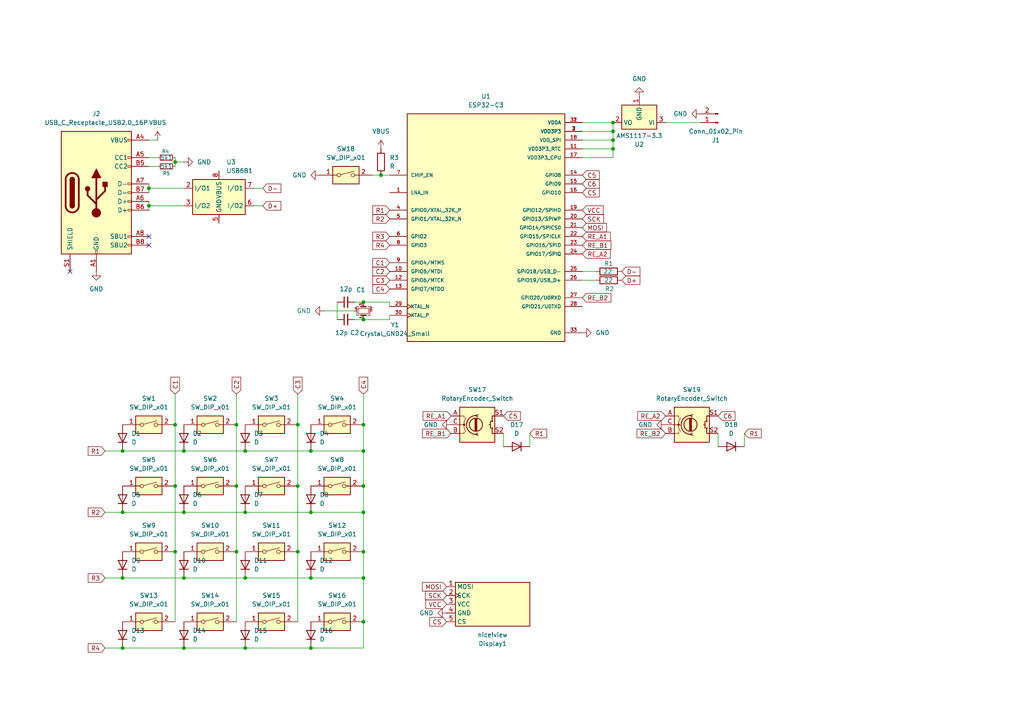
<source format=kicad_sch>
(kicad_sch (version 20250114) (generator "eeschema") (generator_version "9.0")
  (paper "A4")
  (lib_symbols
    (symbol "Connector:Conn_01x02_Pin" (pin_names (offset 1.016) (hide yes))
      (property "Reference" "J" (at 0 2.54 0))
      (property "Value" "Conn_01x02_Pin" (at 0 -5.08 0))
      (symbol "Conn_01x02_Pin_1_1"
        (rectangle (start 0.8636 0.127) (end 0 -0.127) (stroke (width 0.1524)) (fill (type outline)))
        (rectangle (start 0.8636 -2.413) (end 0 -2.667) (stroke (width 0.1524)) (fill (type outline)))
        (polyline (pts (xy 1.27 0) (xy 0.8636 0)) (stroke (width 0.1524)))
        (polyline (pts (xy 1.27 -2.54) (xy 0.8636 -2.54)) (stroke (width 0.1524)))
        (pin passive line (at 5.08 0 180) (length 3.81) (name "Pin_1") (number "1"))
        (pin passive line (at 5.08 -2.54 180) (length 3.81) (name "Pin_2") (number "2"))
      )
    )
    (symbol "Connector:USB_C_Receptacle_USB2.0_16P" (pin_names (offset 1.016))
      (property "Reference" "J" (at 0 22.225 0))
      (property "Value" "USB_C_Receptacle_USB2.0_16P" (at 0 19.685 0))
      (symbol "USB_C_Receptacle_USB2.0_16P_0_0"
        (rectangle (start -0.254 -17.78) (end 0.254 -16.764))
        (rectangle (start 10.16 15.494) (end 9.144 14.986))
        (rectangle (start 10.16 10.414) (end 9.144 9.906))
        (rectangle (start 10.16 7.874) (end 9.144 7.366))
        (rectangle (start 10.16 2.794) (end 9.144 2.286))
        (rectangle (start 10.16 0.254) (end 9.144 -0.254))
        (rectangle (start 10.16 -2.286) (end 9.144 -2.794))
        (rectangle (start 10.16 -4.826) (end 9.144 -5.334))
        (rectangle (start 10.16 -12.446) (end 9.144 -12.954))
        (rectangle (start 10.16 -14.986) (end 9.144 -15.494))
      )
      (symbol "USB_C_Receptacle_USB2.0_16P_0_1"
        (rectangle (start -10.16 17.78) (end 10.16 -17.78) (stroke (width 0.254)) (fill (type background)))
        (polyline (pts (xy -8.89 -3.81) (xy -8.89 3.81)) (stroke (width 0.508)))
        (rectangle (start -7.62 -3.81) (end -6.35 3.81) (stroke (width 0.254)) (fill (type outline)))
        (arc (start -7.62 3.81) (mid -6.985 4.4423) (end -6.35 3.81) (stroke (width 0.254)))
        (arc (start -7.62 3.81) (mid -6.985 4.4423) (end -6.35 3.81) (stroke (width 0.254)) (fill (type outline)))
        (arc (start -8.89 3.81) (mid -6.985 5.7067) (end -5.08 3.81) (stroke (width 0.508)))
        (arc (start -5.08 -3.81) (mid -6.985 -5.7067) (end -8.89 -3.81) (stroke (width 0.508)))
        (arc (start -6.35 -3.81) (mid -6.985 -4.4423) (end -7.62 -3.81) (stroke (width 0.254)))
        (arc (start -6.35 -3.81) (mid -6.985 -4.4423) (end -7.62 -3.81) (stroke (width 0.254)) (fill (type outline)))
        (polyline (pts (xy -5.08 3.81) (xy -5.08 -3.81)) (stroke (width 0.508)))
        (circle (center -2.54 1.143) (radius 0.635) (stroke (width 0.254)) (fill (type outline)))
        (polyline (pts (xy -1.27 4.318) (xy 0 6.858) (xy 1.27 4.318) (xy -1.27 4.318)) (stroke (width 0.254)) (fill (type outline)))
        (polyline (pts (xy 0 -2.032) (xy 2.54 0.508) (xy 2.54 1.778)) (stroke (width 0.508)))
        (polyline (pts (xy 0 -3.302) (xy -2.54 -0.762) (xy -2.54 0.508)) (stroke (width 0.508)))
        (polyline (pts (xy 0 -5.842) (xy 0 4.318)) (stroke (width 0.508)))
        (circle (center 0 -5.842) (radius 1.27) (fill (type outline)))
        (rectangle (start 1.905 1.778) (end 3.175 3.048) (stroke (width 0.254)) (fill (type outline)))
      )
      (symbol "USB_C_Receptacle_USB2.0_16P_1_1"
        (pin passive line (at -7.62 -22.86 90) (length 5.08) (name "SHIELD") (number "S1"))
        (pin passive line (at 0 -22.86 90) (length 5.08) (name "GND") (number "A1"))
        (pin passive line (at 0 -22.86 90) (length 5.08) (hide yes) (name "GND") (number "A12"))
        (pin passive line (at 0 -22.86 90) (length 5.08) (hide yes) (name "GND") (number "B1"))
        (pin passive line (at 0 -22.86 90) (length 5.08) (hide yes) (name "GND") (number "B12"))
        (pin passive line (at 15.24 15.24 180) (length 5.08) (name "VBUS") (number "A4"))
        (pin passive line (at 15.24 15.24 180) (length 5.08) (hide yes) (name "VBUS") (number "A9"))
        (pin passive line (at 15.24 15.24 180) (length 5.08) (hide yes) (name "VBUS") (number "B4"))
        (pin passive line (at 15.24 15.24 180) (length 5.08) (hide yes) (name "VBUS") (number "B9"))
        (pin bidirectional line (at 15.24 10.16 180) (length 5.08) (name "CC1") (number "A5"))
        (pin bidirectional line (at 15.24 7.62 180) (length 5.08) (name "CC2") (number "B5"))
        (pin bidirectional line (at 15.24 2.54 180) (length 5.08) (name "D-") (number "A7"))
        (pin bidirectional line (at 15.24 0 180) (length 5.08) (name "D-") (number "B7"))
        (pin bidirectional line (at 15.24 -2.54 180) (length 5.08) (name "D+") (number "A6"))
        (pin bidirectional line (at 15.24 -5.08 180) (length 5.08) (name "D+") (number "B6"))
        (pin bidirectional line (at 15.24 -12.7 180) (length 5.08) (name "SBU1") (number "A8"))
        (pin bidirectional line (at 15.24 -15.24 180) (length 5.08) (name "SBU2") (number "B8"))
      )
    )
    (symbol "Device:C_Small" (pin_numbers (hide yes)) (pin_names (offset 0.254) (hide yes))
      (property "Reference" "C" (at 0.254 1.778 0))
      (property "Value" "C_Small" (at 0.254 -2.032 0))
      (symbol "C_Small_0_1"
        (polyline (pts (xy -1.524 0.508) (xy 1.524 0.508)) (stroke (width 0.3048)))
        (polyline (pts (xy -1.524 -0.508) (xy 1.524 -0.508)) (stroke (width 0.3302)))
      )
      (symbol "C_Small_1_1"
        (pin passive line (at 0 2.54 270) (length 2.032) (name "~") (number "1"))
        (pin passive line (at 0 -2.54 90) (length 2.032) (name "~") (number "2"))
      )
    )
    (symbol "Device:Crystal_GND24_Small" (pin_names (offset 1.016) (hide yes))
      (property "Reference" "Y" (at 1.27 4.445 0))
      (property "Value" "Crystal_GND24_Small" (at 1.27 2.54 0))
      (symbol "Crystal_GND24_Small_0_1"
        (polyline (pts (xy -1.27 1.27) (xy -1.27 1.905) (xy 1.27 1.905) (xy 1.27 1.27)))
        (polyline (pts (xy -1.27 -0.762) (xy -1.27 0.762)) (stroke (width 0.381)))
        (polyline (pts (xy -1.27 -1.27) (xy -1.27 -1.905) (xy 1.27 -1.905) (xy 1.27 -1.27)))
        (rectangle (start -0.762 -1.524) (end 0.762 1.524))
        (polyline (pts (xy 1.27 -0.762) (xy 1.27 0.762)) (stroke (width 0.381)))
      )
      (symbol "Crystal_GND24_Small_1_1"
        (pin passive line (at -2.54 0 0) (length 1.27) (name "1") (number "1"))
        (pin passive line (at 0 2.54 270) (length 0.635) (name "4") (number "4"))
        (pin passive line (at 0 -2.54 90) (length 0.635) (name "2") (number "2"))
        (pin passive line (at 2.54 0 180) (length 1.27) (name "3") (number "3"))
      )
    )
    (symbol "Device:D" (pin_numbers (hide yes)) (pin_names (offset 1.016) (hide yes))
      (property "Reference" "D" (at 0 2.54 0))
      (property "Value" "D" (at 0 -2.54 0))
      (symbol "D_0_1"
        (polyline (pts (xy -1.27 1.27) (xy -1.27 -1.27)) (stroke (width 0.254)))
        (polyline (pts (xy 1.27 1.27) (xy 1.27 -1.27) (xy -1.27 0) (xy 1.27 1.27)) (stroke (width 0.254)))
        (polyline (pts (xy 1.27 0) (xy -1.27 0)))
      )
      (symbol "D_1_1"
        (pin passive line (at -3.81 0 0) (length 2.54) (name "K") (number "1"))
        (pin passive line (at 3.81 0 180) (length 2.54) (name "A") (number "2"))
      )
    )
    (symbol "Device:R" (pin_numbers (hide yes)) (pin_names (offset 0))
      (property "Reference" "R" (at 2.032 0 90))
      (property "Value" "R" (at 0 0 90))
      (symbol "R_0_1"
        (rectangle (start -1.016 -2.54) (end 1.016 2.54) (stroke (width 0.254)))
      )
      (symbol "R_1_1"
        (pin passive line (at 0 3.81 270) (length 1.27) (name "~") (number "1"))
        (pin passive line (at 0 -3.81 90) (length 1.27) (name "~") (number "2"))
      )
    )
    (symbol "Device:R_Small" (pin_numbers (hide yes)) (pin_names (offset 0.254) (hide yes))
      (property "Reference" "R" (at 0 0 90))
      (property "Value" "R_Small" (at 1.778 0 90))
      (symbol "R_Small_0_1"
        (rectangle (start -0.762 1.778) (end 0.762 -1.778) (stroke (width 0.2032)))
      )
      (symbol "R_Small_1_1"
        (pin passive line (at 0 2.54 270) (length 0.762) (name "~") (number "1"))
        (pin passive line (at 0 -2.54 90) (length 0.762) (name "~") (number "2"))
      )
    )
    (symbol "Device:RotaryEncoder_Switch" (pin_names (offset 0.254) (hide yes))
      (property "Reference" "SW" (at 0 6.604 0))
      (property "Value" "RotaryEncoder_Switch" (at 0 -6.604 0))
      (symbol "RotaryEncoder_Switch_0_1"
        (rectangle (start -5.08 5.08) (end 5.08 -5.08) (stroke (width 0.254)) (fill (type background)))
        (polyline (pts (xy -5.08 2.54) (xy -3.81 2.54) (xy -3.81 2.032)))
        (polyline (pts (xy -5.08 0) (xy -3.81 0) (xy -3.81 -1.016) (xy -3.302 -2.032)))
        (polyline (pts (xy -5.08 -2.54) (xy -3.81 -2.54) (xy -3.81 -2.032)))
        (polyline (pts (xy -4.318 0) (xy -3.81 0) (xy -3.81 1.016) (xy -3.302 2.032)))
        (circle (center -3.81 0) (radius 0.254) (fill (type outline)))
        (polyline (pts (xy -0.635 -1.778) (xy -0.635 1.778)) (stroke (width 0.254)))
        (circle (center -0.381 0) (radius 1.905) (stroke (width 0.254)))
        (polyline (pts (xy -0.381 -1.778) (xy -0.381 1.778)) (stroke (width 0.254)))
        (arc (start -0.381 -2.794) (mid -3.0988 -0.0635) (end -0.381 2.667) (stroke (width 0.254)))
        (polyline (pts (xy -0.127 1.778) (xy -0.127 -1.778)) (stroke (width 0.254)))
        (polyline (pts (xy 0.254 2.921) (xy -0.508 2.667) (xy 0.127 2.286)) (stroke (width 0.254)))
        (polyline (pts (xy 0.254 -3.048) (xy -0.508 -2.794) (xy 0.127 -2.413)) (stroke (width 0.254)))
        (polyline (pts (xy 3.81 1.016) (xy 3.81 -1.016)) (stroke (width 0.254)))
        (polyline (pts (xy 3.81 0) (xy 3.429 0)) (stroke (width 0.254)))
        (circle (center 4.318 1.016) (radius 0.127) (stroke (width 0.254)))
        (circle (center 4.318 -1.016) (radius 0.127) (stroke (width 0.254)))
        (polyline (pts (xy 5.08 2.54) (xy 4.318 2.54) (xy 4.318 1.016)) (stroke (width 0.254)))
        (polyline (pts (xy 5.08 -2.54) (xy 4.318 -2.54) (xy 4.318 -1.016)) (stroke (width 0.254)))
      )
      (symbol "RotaryEncoder_Switch_1_1"
        (pin passive line (at -7.62 2.54 0) (length 2.54) (name "A") (number "A"))
        (pin passive line (at -7.62 0 0) (length 2.54) (name "C") (number "C"))
        (pin passive line (at -7.62 -2.54 0) (length 2.54) (name "B") (number "B"))
        (pin passive line (at 7.62 2.54 180) (length 2.54) (name "S1") (number "S1"))
        (pin passive line (at 7.62 -2.54 180) (length 2.54) (name "S2") (number "S2"))
      )
    )
    (symbol "Power_Protection:USB6B1"
      (property "Reference" "U" (at 6.35 6.35 0))
      (property "Value" "USB6B1" (at 5.08 -6.35 0))
      (symbol "USB6B1_0_1"
        (rectangle (start -7.62 -5.08) (end 7.62 5.08) (stroke (width 0.254)) (fill (type background)))
      )
      (symbol "USB6B1_1_1"
        (pin passive line (at -10.16 2.54 0) (length 2.54) (name "I/O1") (number "2"))
        (pin passive line (at -10.16 -2.54 0) (length 2.54) (name "I/O2") (number "3"))
        (pin passive line (at 0 7.62 270) (length 2.54) (hide yes) (name "VBUS") (number "1"))
        (pin passive line (at 0 7.62 270) (length 2.54) (name "VBUS") (number "8"))
        (pin passive line (at 0 -7.62 90) (length 2.54) (hide yes) (name "GND") (number "4"))
        (pin passive line (at 0 -7.62 90) (length 2.54) (name "GND") (number "5"))
        (pin passive line (at 10.16 2.54 180) (length 2.54) (name "I/O1") (number "7"))
        (pin passive line (at 10.16 -2.54 180) (length 2.54) (name "I/O2") (number "6"))
      )
    )
    (symbol "Regulator_Linear:AMS1117-3.3"
      (property "Reference" "U" (at -3.81 3.175 0))
      (property "Value" "AMS1117-3.3" (at 0 3.175 0))
      (symbol "AMS1117-3.3_0_1"
        (rectangle (start -5.08 -5.08) (end 5.08 1.905) (stroke (width 0.254)) (fill (type background)))
      )
      (symbol "AMS1117-3.3_1_1"
        (pin power_in line (at -7.62 0 0) (length 2.54) (name "VI") (number "3"))
        (pin power_in line (at 0 -7.62 90) (length 2.54) (name "GND") (number "1"))
        (pin power_out line (at 7.62 0 180) (length 2.54) (name "VO") (number "2"))
      )
    )
    (symbol "Switch:SW_DIP_x01" (pin_names (offset 0) (hide yes))
      (property "Reference" "SW" (at 0 3.81 0))
      (property "Value" "SW_DIP_x01" (at 0 -3.81 0))
      (symbol "SW_DIP_x01_0_0"
        (circle (center -2.032 0) (radius 0.508))
        (polyline (pts (xy -1.524 0.127) (xy 2.3622 1.1684)))
        (circle (center 2.032 0) (radius 0.508))
      )
      (symbol "SW_DIP_x01_0_1"
        (rectangle (start -3.81 2.54) (end 3.81 -2.54) (stroke (width 0.254)) (fill (type background)))
      )
      (symbol "SW_DIP_x01_1_1"
        (pin passive line (at -7.62 0 0) (length 5.08) (name "~") (number "1"))
        (pin passive line (at 7.62 0 180) (length 5.08) (name "~") (number "2"))
      )
    )
    (symbol "esp32:ESP32-C3" (pin_names (offset 1.016))
      (property "Reference" "U" (at -22.86 33.782 0))
      (property "Value" "ESP32-C3" (at -22.86 -35.56 0))
      (symbol "ESP32-C3_0_0"
        (rectangle (start -22.86 -33.02) (end 22.86 33.02) (stroke (width 0.254)) (fill (type background)))
        (pin input line (at -27.94 15.24 0) (length 5.08) (name "CHIP_EN") (number "7"))
        (pin input line (at -27.94 10.16 0) (length 5.08) (name "LNA_IN") (number "1"))
        (pin bidirectional line (at -27.94 5.08 0) (length 5.08) (name "GPIO0/XTAL_32K_P") (number "4"))
        (pin bidirectional line (at -27.94 2.54 0) (length 5.08) (name "GPIO1/XTAL_32K_N") (number "5"))
        (pin bidirectional line (at -27.94 -2.54 0) (length 5.08) (name "GPIO2") (number "6"))
        (pin bidirectional line (at -27.94 -5.08 0) (length 5.08) (name "GPIO3") (number "8"))
        (pin bidirectional line (at -27.94 -10.16 0) (length 5.08) (name "GPIO4/MTMS") (number "9"))
        (pin bidirectional line (at -27.94 -12.7 0) (length 5.08) (name "GPIO5/MTDI") (number "10"))
        (pin bidirectional line (at -27.94 -15.24 0) (length 5.08) (name "GPIO6/MTCK") (number "12"))
        (pin bidirectional line (at -27.94 -17.78 0) (length 5.08) (name "GPIO7/MTDO") (number "13"))
        (pin input clock (at -27.94 -22.86 0) (length 5.08) (name "XTAL_N") (number "29"))
        (pin input clock (at -27.94 -25.4 0) (length 5.08) (name "XTAL_P") (number "30"))
        (pin power_in line (at 27.94 30.48 180) (length 5.08) (name "VDDA") (number "31"))
        (pin power_in line (at 27.94 30.48 180) (length 5.08) (name "VDDA") (number "32"))
        (pin power_in line (at 27.94 27.94 180) (length 5.08) (name "VDD3P3") (number "2"))
        (pin power_in line (at 27.94 27.94 180) (length 5.08) (name "VDD3P3") (number "3"))
        (pin power_in line (at 27.94 25.4 180) (length 5.08) (name "VDD_SPI") (number "18"))
        (pin power_in line (at 27.94 22.86 180) (length 5.08) (name "VDD3P3_RTC") (number "11"))
        (pin power_in line (at 27.94 20.32 180) (length 5.08) (name "VDD3P3_CPU") (number "17"))
        (pin bidirectional line (at 27.94 15.24 180) (length 5.08) (name "GPIO8") (number "14"))
        (pin bidirectional line (at 27.94 12.7 180) (length 5.08) (name "GPIO9") (number "15"))
        (pin bidirectional line (at 27.94 10.16 180) (length 5.08) (name "GPIO10") (number "16"))
        (pin bidirectional line (at 27.94 5.08 180) (length 5.08) (name "GPIO12/SPIHD") (number "19"))
        (pin bidirectional line (at 27.94 2.54 180) (length 5.08) (name "GPIO13/SPIWP") (number "20"))
        (pin bidirectional line (at 27.94 0 180) (length 5.08) (name "GPIO14/SPICS0") (number "21"))
        (pin bidirectional line (at 27.94 -2.54 180) (length 5.08) (name "GPIO15/SPICLK") (number "22"))
        (pin bidirectional line (at 27.94 -5.08 180) (length 5.08) (name "GPIO16/SPID") (number "23"))
        (pin bidirectional line (at 27.94 -7.62 180) (length 5.08) (name "GPIO17/SPIQ") (number "24"))
        (pin bidirectional line (at 27.94 -12.7 180) (length 5.08) (name "GPIO18/USB_D-") (number "25"))
        (pin bidirectional line (at 27.94 -15.24 180) (length 5.08) (name "GPIO19/USB_D+") (number "26"))
        (pin bidirectional line (at 27.94 -20.32 180) (length 5.08) (name "GPIO20/U0RXD") (number "27"))
        (pin bidirectional line (at 27.94 -22.86 180) (length 5.08) (name "GPIO21/U0TXD") (number "28"))
        (pin power_in line (at 27.94 -30.48 180) (length 5.08) (name "GND") (number "33"))
      )
    )
    (symbol "nice:nice!view"
      (property "Reference" "Display" (at 0 12.7 0))
      (property "Value" "nice!view" (at 0 0 0))
      (symbol "nice!view_0_1"
        (rectangle (start -6.35 11.43) (end 6.35 -10.16) (stroke (width 0.254)) (fill (type background)))
      )
      (symbol "nice!view_1_1"
        (pin input line (at -5.08 -12.7 90) (length 2.54) (name "MOSI") (number "1"))
        (pin input clock (at -2.54 -12.7 90) (length 2.54) (name "SCK") (number "2"))
        (pin power_in line (at 0 -12.7 90) (length 2.54) (name "VCC") (number "3"))
        (pin power_out line (at 2.54 -12.7 90) (length 2.54) (name "GND") (number "4"))
        (pin passive line (at 5.08 -12.7 90) (length 2.54) (name "CS") (number "5"))
      )
    )
    (symbol "power:GND" (power) (pin_numbers (hide yes)) (pin_names (offset 0) (hide yes))
      (property "Value" "GND" (at 0 -3.81 0))
      (symbol "GND_0_1"
        (polyline (pts (xy 0 0) (xy 0 -1.27) (xy 1.27 -1.27) (xy 0 -2.54) (xy -1.27 -1.27) (xy 0 -1.27)))
      )
      (symbol "GND_1_1"
        (pin power_in line (at 0 0 270) (length 0) (name "~") (number "1"))
      )
    )
    (symbol "power:VBUS" (power) (pin_numbers (hide yes)) (pin_names (offset 0) (hide yes))
      (property "Value" "VBUS" (at 0 3.556 0))
      (symbol "VBUS_0_1"
        (polyline (pts (xy -0.762 1.27) (xy 0 2.54)))
        (polyline (pts (xy 0 2.54) (xy 0.762 1.27)))
        (polyline (pts (xy 0 0) (xy 0 2.54)))
      )
      (symbol "VBUS_1_1"
        (pin power_in line (at 0 0 90) (length 0) (name "~") (number "1"))
      )
    )
  )
  (junction (at 90.17 130.81))
  (junction (at 177.8 43.18))
  (junction (at 86.36 160.02))
  (junction (at 68.58 160.02))
  (junction (at 35.56 167.64))
  (junction (at 50.8 46.99))
  (junction (at 35.56 130.81))
  (junction (at 68.58 123.19))
  (junction (at 105.41 160.02))
  (junction (at 50.8 160.02))
  (junction (at 90.17 167.64))
  (junction (at 53.34 187.96))
  (junction (at 105.41 167.64))
  (junction (at 68.58 140.97))
  (junction (at 50.8 123.19))
  (junction (at 71.12 130.81))
  (junction (at 50.8 140.97))
  (junction (at 71.12 187.96))
  (junction (at 53.34 167.64))
  (junction (at 53.34 130.81))
  (junction (at 105.41 140.97))
  (junction (at 105.41 180.34))
  (junction (at 177.8 35.56))
  (junction (at 105.41 87.63))
  (junction (at 43.18 59.69))
  (junction (at 90.17 187.96))
  (junction (at 177.8 40.64))
  (junction (at 177.8 38.1))
  (junction (at 110.49 50.8))
  (junction (at 53.34 148.59))
  (junction (at 86.36 123.19))
  (junction (at 86.36 140.97))
  (junction (at 90.17 148.59))
  (junction (at 71.12 167.64))
  (junction (at 105.41 123.19))
  (junction (at 35.56 148.59))
  (junction (at 105.41 148.59))
  (junction (at 105.41 130.81))
  (junction (at 35.56 187.96))
  (junction (at 71.12 148.59))
  (junction (at 105.41 92.71))
  (junction (at 43.18 54.61))
  (no_connect (at 43.18 71.12))
  (no_connect (at 20.32 78.74))
  (no_connect (at 43.18 68.58))
  (wire (pts (xy 50.8 123.19) (xy 50.8 140.97)))
  (wire (pts (xy 177.8 40.64) (xy 177.8 43.18)))
  (wire (pts (xy 30.48 148.59) (xy 35.56 148.59)))
  (wire (pts (xy 177.8 40.64) (xy 168.91 40.64)))
  (wire (pts (xy 93.98 90.17) (xy 102.87 90.17)))
  (wire (pts (xy 90.17 167.64) (xy 105.41 167.64)))
  (wire (pts (xy 153.67 125.73) (xy 153.67 129.54)))
  (wire (pts (xy 105.41 148.59) (xy 105.41 160.02)))
  (wire (pts (xy 86.36 160.02) (xy 86.36 180.34)))
  (wire (pts (xy 50.8 140.97) (xy 50.8 160.02)))
  (wire (pts (xy 50.8 46.99) (xy 53.34 46.99)))
  (wire (pts (xy 43.18 45.72) (xy 45.72 45.72)))
  (wire (pts (xy 35.56 167.64) (xy 53.34 167.64)))
  (wire (pts (xy 113.03 87.63) (xy 105.41 87.63)))
  (wire (pts (xy 43.18 54.61) (xy 43.18 55.88)))
  (wire (pts (xy 53.34 130.81) (xy 71.12 130.81)))
  (wire (pts (xy 107.95 50.8) (xy 110.49 50.8)))
  (wire (pts (xy 68.58 140.97) (xy 68.58 160.02)))
  (wire (pts (xy 73.66 54.61) (xy 76.2 54.61)))
  (wire (pts (xy 71.12 148.59) (xy 90.17 148.59)))
  (wire (pts (xy 30.48 187.96) (xy 35.56 187.96)))
  (wire (pts (xy 53.34 167.64) (xy 71.12 167.64)))
  (wire (pts (xy 215.9 125.73) (xy 215.9 129.54)))
  (wire (pts (xy 177.8 43.18) (xy 177.8 45.72)))
  (wire (pts (xy 35.56 148.59) (xy 53.34 148.59)))
  (wire (pts (xy 113.03 88.9) (xy 113.03 87.63)))
  (wire (pts (xy 30.48 167.64) (xy 35.56 167.64)))
  (wire (pts (xy 208.28 125.73) (xy 208.28 129.54)))
  (wire (pts (xy 50.8 45.72) (xy 50.8 46.99)))
  (wire (pts (xy 110.49 50.8) (xy 113.03 50.8)))
  (wire (pts (xy 43.18 48.26) (xy 45.72 48.26)))
  (wire (pts (xy 105.41 167.64) (xy 105.41 180.34)))
  (wire (pts (xy 168.91 78.74) (xy 172.72 78.74)))
  (wire (pts (xy 53.34 148.59) (xy 71.12 148.59)))
  (wire (pts (xy 43.18 53.34) (xy 43.18 54.61)))
  (wire (pts (xy 50.8 160.02) (xy 50.8 180.34)))
  (wire (pts (xy 105.41 160.02) (xy 105.41 167.64)))
  (wire (pts (xy 86.36 140.97) (xy 86.36 160.02)))
  (wire (pts (xy 43.18 40.64) (xy 45.72 40.64)))
  (wire (pts (xy 68.58 114.3) (xy 68.58 123.19)))
  (wire (pts (xy 102.87 87.63) (xy 105.41 87.63)))
  (wire (pts (xy 71.12 130.81) (xy 90.17 130.81)))
  (wire (pts (xy 68.58 123.19) (xy 68.58 140.97)))
  (wire (pts (xy 71.12 167.64) (xy 90.17 167.64)))
  (wire (pts (xy 105.41 140.97) (xy 105.41 148.59)))
  (wire (pts (xy 193.04 35.56) (xy 203.2 35.56)))
  (wire (pts (xy 43.18 59.69) (xy 53.34 59.69)))
  (wire (pts (xy 113.03 92.71) (xy 105.41 92.71)))
  (wire (pts (xy 102.87 92.71) (xy 105.41 92.71)))
  (wire (pts (xy 43.18 59.69) (xy 43.18 60.96)))
  (wire (pts (xy 177.8 45.72) (xy 168.91 45.72)))
  (wire (pts (xy 90.17 187.96) (xy 105.41 187.96)))
  (wire (pts (xy 105.41 123.19) (xy 105.41 130.81)))
  (wire (pts (xy 53.34 187.96) (xy 71.12 187.96)))
  (wire (pts (xy 35.56 187.96) (xy 53.34 187.96)))
  (wire (pts (xy 177.8 43.18) (xy 168.91 43.18)))
  (wire (pts (xy 146.05 125.73) (xy 146.05 129.54)))
  (wire (pts (xy 168.91 35.56) (xy 177.8 35.56)))
  (wire (pts (xy 97.79 87.63) (xy 97.79 92.71)))
  (wire (pts (xy 105.41 180.34) (xy 105.41 187.96)))
  (wire (pts (xy 50.8 114.3) (xy 50.8 123.19)))
  (wire (pts (xy 90.17 148.59) (xy 105.41 148.59)))
  (wire (pts (xy 105.41 114.3) (xy 105.41 123.19)))
  (wire (pts (xy 35.56 130.81) (xy 53.34 130.81)))
  (wire (pts (xy 177.8 38.1) (xy 168.91 38.1)))
  (wire (pts (xy 50.8 46.99) (xy 50.8 48.26)))
  (wire (pts (xy 168.91 81.28) (xy 172.72 81.28)))
  (wire (pts (xy 105.41 130.81) (xy 105.41 140.97)))
  (wire (pts (xy 73.66 59.69) (xy 76.2 59.69)))
  (wire (pts (xy 177.8 35.56) (xy 177.8 38.1)))
  (wire (pts (xy 68.58 160.02) (xy 68.58 180.34)))
  (wire (pts (xy 43.18 54.61) (xy 53.34 54.61)))
  (wire (pts (xy 86.36 114.3) (xy 86.36 123.19)))
  (wire (pts (xy 113.03 91.44) (xy 113.03 92.71)))
  (wire (pts (xy 86.36 123.19) (xy 86.36 140.97)))
  (wire (pts (xy 43.18 58.42) (xy 43.18 59.69)))
  (wire (pts (xy 177.8 38.1) (xy 177.8 40.64)))
  (wire (pts (xy 90.17 130.81) (xy 105.41 130.81)))
  (wire (pts (xy 30.48 130.81) (xy 35.56 130.81)))
  (wire (pts (xy 71.12 187.96) (xy 90.17 187.96)))
  (global_label "R4" (shape input) (at 30.48 187.96 180) (property "Intersheetrefs" "${INTERSHEET_REFS}" (effects (hide yes))))
  (global_label "R3" (shape input) (at 30.48 167.64 180) (property "Intersheetrefs" "${INTERSHEET_REFS}" (effects (hide yes))))
  (global_label "CS" (shape input) (at 129.54 180.34 180) (property "Intersheetrefs" "${INTERSHEET_REFS}" (effects (hide yes))))
  (global_label "R1" (shape input) (at 113.03 60.96 180) (property "Intersheetrefs" "${INTERSHEET_REFS}" (effects (hide yes))))
  (global_label "D-" (shape input) (at 180.34 78.74 0) (property "Intersheetrefs" "${INTERSHEET_REFS}" (effects (hide yes))))
  (global_label "R1" (shape input) (at 153.67 125.73 0) (property "Intersheetrefs" "${INTERSHEET_REFS}" (effects (hide yes))))
  (global_label "C2" (shape input) (at 113.03 78.74 180) (property "Intersheetrefs" "${INTERSHEET_REFS}" (effects (hide yes))))
  (global_label "RE_B2" (shape input) (at 193.04 125.73 180) (property "Intersheetrefs" "${INTERSHEET_REFS}" (effects (hide yes))))
  (global_label "C3" (shape input) (at 86.36 114.3 90) (property "Intersheetrefs" "${INTERSHEET_REFS}" (effects (hide yes))))
  (global_label "R2" (shape input) (at 113.03 63.5 180) (property "Intersheetrefs" "${INTERSHEET_REFS}" (effects (hide yes))))
  (global_label "RE_A2" (shape input) (at 193.04 120.65 180) (property "Intersheetrefs" "${INTERSHEET_REFS}" (effects (hide yes))))
  (global_label "R2" (shape input) (at 30.48 148.59 180) (property "Intersheetrefs" "${INTERSHEET_REFS}" (effects (hide yes))))
  (global_label "MOSI" (shape input) (at 129.54 170.18 180) (property "Intersheetrefs" "${INTERSHEET_REFS}" (effects (hide yes))))
  (global_label "R1" (shape input) (at 30.48 130.81 180) (property "Intersheetrefs" "${INTERSHEET_REFS}" (effects (hide yes))))
  (global_label "VCC" (shape input) (at 168.91 60.96 0) (property "Intersheetrefs" "${INTERSHEET_REFS}" (effects (hide yes))))
  (global_label "D+" (shape input) (at 180.34 81.28 0) (property "Intersheetrefs" "${INTERSHEET_REFS}" (effects (hide yes))))
  (global_label "C1" (shape input) (at 113.03 76.2 180) (property "Intersheetrefs" "${INTERSHEET_REFS}" (effects (hide yes))))
  (global_label "C1" (shape input) (at 50.8 114.3 90) (property "Intersheetrefs" "${INTERSHEET_REFS}" (effects (hide yes))))
  (global_label "C2" (shape input) (at 68.58 114.3 90) (property "Intersheetrefs" "${INTERSHEET_REFS}" (effects (hide yes))))
  (global_label "MOSI" (shape input) (at 168.91 66.04 0) (property "Intersheetrefs" "${INTERSHEET_REFS}" (effects (hide yes))))
  (global_label "SCK" (shape input) (at 129.54 172.72 180) (property "Intersheetrefs" "${INTERSHEET_REFS}" (effects (hide yes))))
  (global_label "R4" (shape input) (at 113.03 71.12 180) (property "Intersheetrefs" "${INTERSHEET_REFS}" (effects (hide yes))))
  (global_label "CS" (shape input) (at 168.91 55.88 0) (property "Intersheetrefs" "${INTERSHEET_REFS}" (effects (hide yes))))
  (global_label "RE_A2" (shape input) (at 168.91 73.66 0) (property "Intersheetrefs" "${INTERSHEET_REFS}" (effects (hide yes))))
  (global_label "C6" (shape input) (at 168.91 53.34 0) (property "Intersheetrefs" "${INTERSHEET_REFS}" (effects (hide yes))))
  (global_label "D+" (shape input) (at 76.2 59.69 0) (property "Intersheetrefs" "${INTERSHEET_REFS}" (effects (hide yes))))
  (global_label "C6" (shape input) (at 208.28 120.65 0) (property "Intersheetrefs" "${INTERSHEET_REFS}" (effects (hide yes))))
  (global_label "R3" (shape input) (at 113.03 68.58 180) (property "Intersheetrefs" "${INTERSHEET_REFS}" (effects (hide yes))))
  (global_label "RE_B1" (shape input) (at 168.91 71.12 0) (property "Intersheetrefs" "${INTERSHEET_REFS}" (effects (hide yes))))
  (global_label "C5" (shape input) (at 168.91 50.8 0) (property "Intersheetrefs" "${INTERSHEET_REFS}" (effects (hide yes))))
  (global_label "SCK" (shape input) (at 168.91 63.5 0) (property "Intersheetrefs" "${INTERSHEET_REFS}" (effects (hide yes))))
  (global_label "D-" (shape input) (at 76.2 54.61 0) (property "Intersheetrefs" "${INTERSHEET_REFS}" (effects (hide yes))))
  (global_label "C4" (shape input) (at 105.41 114.3 90) (property "Intersheetrefs" "${INTERSHEET_REFS}" (effects (hide yes))))
  (global_label "RE_A1" (shape input) (at 130.81 120.65 180) (property "Intersheetrefs" "${INTERSHEET_REFS}" (effects (hide yes))))
  (global_label "C3" (shape input) (at 113.03 81.28 180) (property "Intersheetrefs" "${INTERSHEET_REFS}" (effects (hide yes))))
  (global_label "C4" (shape input) (at 113.03 83.82 180) (property "Intersheetrefs" "${INTERSHEET_REFS}" (effects (hide yes))))
  (global_label "RE_A1" (shape input) (at 168.91 68.58 0) (property "Intersheetrefs" "${INTERSHEET_REFS}" (effects (hide yes))))
  (global_label "R1" (shape input) (at 215.9 125.73 0) (property "Intersheetrefs" "${INTERSHEET_REFS}" (effects (hide yes))))
  (global_label "VCC" (shape input) (at 129.54 175.26 180) (property "Intersheetrefs" "${INTERSHEET_REFS}" (effects (hide yes))))
  (global_label "RE_B1" (shape input) (at 130.81 125.73 180) (property "Intersheetrefs" "${INTERSHEET_REFS}" (effects (hide yes))))
  (global_label "C5" (shape input) (at 146.05 120.65 0) (property "Intersheetrefs" "${INTERSHEET_REFS}" (effects (hide yes))))
  (global_label "RE_B2" (shape input) (at 168.91 86.36 0) (property "Intersheetrefs" "${INTERSHEET_REFS}" (effects (hide yes))))
  (symbol (lib_id "Switch:SW_DIP_x01") (at 60.96 180.34 0) (unit 1)
    (property "Reference" "SW14" (at 60.96 172.72 0))
    (property "Value" "SW_DIP_x01" (at 60.96 175.26 0))
    (property "Description" "1x DIP Switch, Single Pole Single Throw (SPST) switch, small symbol" (effects (hide yes)))
  )
  (symbol (lib_id "Switch:SW_DIP_x01") (at 78.74 180.34 0) (unit 1)
    (property "Reference" "SW15" (at 78.74 172.72 0))
    (property "Value" "SW_DIP_x01" (at 78.74 175.26 0))
    (property "Description" "1x DIP Switch, Single Pole Single Throw (SPST) switch, small symbol" (effects (hide yes)))
  )
  (symbol (lib_id "Device:D") (at 90.17 144.78 90) (unit 1)
    (property "Reference" "D8" (at 92.71 143.5099 90) (effects (justify right)))
    (property "Value" "D" (at 92.71 146.0499 90) (effects (justify right)))
    (property "Description" "Diode" (effects (hide yes)))
    (property "Sim.Device" "D" (effects (hide yes)))
    (property "Sim.Pins" "1=K 2=A" (effects (hide yes)))
  )
  (symbol (lib_id "nice:nice!view") (at 142.24 175.26 270) (unit 1)
    (property "Reference" "Display1" (at 142.875 186.69 90))
    (property "Value" "nice!view" (at 142.875 184.15 90))
    (property "Footprint" "nice_view:nice_view" (effects (hide yes)))
    (property "Datasheet" "https://nicekeyboards.com/docs/nice-view/pinout-schematic" (effects (hide yes)))
    (property "Description" "Sharp LS011B7DH03 Memory in Pixel 160x68" (effects (hide yes)))
  )
  (symbol (lib_id "Switch:SW_DIP_x01") (at 97.79 160.02 0) (unit 1)
    (property "Reference" "SW12" (at 97.79 152.4 0))
    (property "Value" "SW_DIP_x01" (at 97.79 154.94 0))
    (property "Description" "1x DIP Switch, Single Pole Single Throw (SPST) switch, small symbol" (effects (hide yes)))
  )
  (symbol (lib_id "Device:C_Small") (at 100.33 87.63 90) (unit 1)
    (property "Reference" "C1" (at 104.648 84.074 90))
    (property "Value" "12p" (at 100.3363 83.82 90))
    (property "Description" "Unpolarized capacitor, small symbol" (effects (hide yes)))
  )
  (symbol (lib_id "power:GND") (at 168.91 96.52 90) (unit 1)
    (property "Reference" "#PWR01" (effects (hide yes)))
    (property "Value" "GND" (at 172.72 96.5199 90) (effects (justify right)))
    (property "Description" "Power symbol creates a global label with name \"GND\" , ground" (effects (hide yes)))
  )
  (symbol (lib_id "Device:R") (at 176.53 81.28 90) (unit 1)
    (property "Reference" "R2" (at 176.784 83.82 90))
    (property "Value" "22" (at 176.53 81.28 90))
    (property "Description" "Resistor" (effects (hide yes)))
  )
  (symbol (lib_id "Power_Protection:USB6B1") (at 63.5 57.15 0) (unit 1)
    (property "Reference" "U3" (at 65.6433 46.99 0) (effects (justify left)))
    (property "Value" "USB6B1" (at 65.6433 49.53 0) (effects (justify left)))
    (property "Footprint" "Package_SO:SOIC-8_3.9x4.9mm_P1.27mm" (effects (hide yes)))
    (property "Datasheet" "http://www.st.com/content/ccc/resource/technical/document/datasheet/3e/ec/b2/54/b2/76/47/90/CD00001361.pdf/files/CD00001361.pdf/jcr:content/translations/en.CD00001361.pdf" (effects (hide yes)))
    (property "Description" "5V Data line protection" (effects (hide yes)))
  )
  (symbol (lib_id "Switch:SW_DIP_x01") (at 43.18 123.19 0) (unit 1)
    (property "Reference" "SW1" (at 43.18 115.57 0))
    (property "Value" "SW_DIP_x01" (at 43.18 118.11 0))
    (property "Description" "1x DIP Switch, Single Pole Single Throw (SPST) switch, small symbol" (effects (hide yes)))
  )
  (symbol (lib_id "Switch:SW_DIP_x01") (at 78.74 123.19 0) (unit 1)
    (property "Reference" "SW3" (at 78.74 115.57 0))
    (property "Value" "SW_DIP_x01" (at 78.74 118.11 0))
    (property "Description" "1x DIP Switch, Single Pole Single Throw (SPST) switch, small symbol" (effects (hide yes)))
  )
  (symbol (lib_id "Device:D") (at 90.17 163.83 90) (unit 1)
    (property "Reference" "D12" (at 92.71 162.5599 90) (effects (justify right)))
    (property "Value" "D" (at 92.71 165.0999 90) (effects (justify right)))
    (property "Description" "Diode" (effects (hide yes)))
    (property "Sim.Device" "D" (effects (hide yes)))
    (property "Sim.Pins" "1=K 2=A" (effects (hide yes)))
  )
  (symbol (lib_id "Device:D") (at 35.56 144.78 90) (unit 1)
    (property "Reference" "D5" (at 38.1 143.5099 90) (effects (justify right)))
    (property "Value" "D" (at 38.1 146.0499 90) (effects (justify right)))
    (property "Description" "Diode" (effects (hide yes)))
    (property "Sim.Device" "D" (effects (hide yes)))
    (property "Sim.Pins" "1=K 2=A" (effects (hide yes)))
  )
  (symbol (lib_id "power:GND") (at 185.42 27.94 180) (unit 1)
    (property "Reference" "#PWR04" (effects (hide yes)))
    (property "Value" "GND" (at 185.42 22.86 0))
    (property "Description" "Power symbol creates a global label with name \"GND\" , ground" (effects (hide yes)))
  )
  (symbol (lib_id "Device:D") (at 71.12 184.15 90) (unit 1)
    (property "Reference" "D15" (at 73.66 182.8799 90) (effects (justify right)))
    (property "Value" "D" (at 73.66 185.4199 90) (effects (justify right)))
    (property "Description" "Diode" (effects (hide yes)))
    (property "Sim.Device" "D" (effects (hide yes)))
    (property "Sim.Pins" "1=K 2=A" (effects (hide yes)))
  )
  (symbol (lib_id "Switch:SW_DIP_x01") (at 60.96 160.02 0) (unit 1)
    (property "Reference" "SW10" (at 60.96 152.4 0))
    (property "Value" "SW_DIP_x01" (at 60.96 154.94 0))
    (property "Description" "1x DIP Switch, Single Pole Single Throw (SPST) switch, small symbol" (effects (hide yes)))
  )
  (symbol (lib_id "Regulator_Linear:AMS1117-3.3") (at 185.42 35.56 180) (unit 1)
    (property "Reference" "U2" (at 185.42 41.91 0))
    (property "Value" "AMS1117-3.3" (at 185.42 39.37 0))
    (property "Footprint" "Package_TO_SOT_SMD:SOT-223-3_TabPin2" (effects (hide yes)))
    (property "Datasheet" "http://www.advanced-monolithic.com/pdf/ds1117.pdf" (effects (hide yes)))
    (property "Description" "1A Low Dropout regulator, positive, 3.3V fixed output, SOT-223" (effects (hide yes)))
  )
  (symbol (lib_id "Switch:SW_DIP_x01") (at 43.18 180.34 0) (unit 1)
    (property "Reference" "SW13" (at 43.18 172.72 0))
    (property "Value" "SW_DIP_x01" (at 43.18 175.26 0))
    (property "Description" "1x DIP Switch, Single Pole Single Throw (SPST) switch, small symbol" (effects (hide yes)))
  )
  (symbol (lib_id "Device:R") (at 110.49 46.99 0) (unit 1)
    (property "Reference" "R3" (at 113.03 45.7199 0) (effects (justify left)))
    (property "Value" "R" (at 113.03 48.2599 0) (effects (justify left)))
    (property "Description" "Resistor" (effects (hide yes)))
  )
  (symbol (lib_id "Switch:SW_DIP_x01") (at 100.33 50.8 0) (unit 1)
    (property "Reference" "SW18" (at 100.33 43.18 0))
    (property "Value" "SW_DIP_x01" (at 100.33 45.72 0))
    (property "Description" "1x DIP Switch, Single Pole Single Throw (SPST) switch, small symbol" (effects (hide yes)))
  )
  (symbol (lib_id "Device:RotaryEncoder_Switch") (at 200.66 123.19 0) (unit 1)
    (property "Reference" "SW19" (at 200.66 113.03 0))
    (property "Value" "RotaryEncoder_Switch" (at 200.66 115.57 0))
    (property "Description" "Rotary encoder, dual channel, incremental quadrate outputs, with switch" (effects (hide yes)))
  )
  (symbol (lib_id "power:GND") (at 129.54 177.8 270) (unit 1)
    (property "Reference" "#PWR012" (effects (hide yes)))
    (property "Value" "GND" (at 125.73 177.8001 90) (effects (justify right)))
    (property "Description" "Power symbol creates a global label with name \"GND\" , ground" (effects (hide yes)))
  )
  (symbol (lib_id "Device:C_Small") (at 100.33 92.71 90) (unit 1)
    (property "Reference" "C2" (at 102.87 96.52 90))
    (property "Value" "12p" (at 99.06 96.52 90))
    (property "Description" "Unpolarized capacitor, small symbol" (effects (hide yes)))
  )
  (symbol (lib_id "Connector:Conn_01x02_Pin") (at 208.28 35.56 180) (unit 1)
    (property "Reference" "J1" (at 207.645 40.64 0))
    (property "Value" "Conn_01x02_Pin" (at 207.645 38.1 0))
    (property "Description" "Generic connector, single row, 01x02, script generated" (effects (hide yes)))
  )
  (symbol (lib_id "Device:D") (at 212.09 129.54 180) (unit 1)
    (property "Reference" "D18" (at 212.09 123.19 0))
    (property "Value" "D" (at 212.09 125.73 0))
    (property "Description" "Diode" (effects (hide yes)))
    (property "Sim.Device" "D" (effects (hide yes)))
    (property "Sim.Pins" "1=K 2=A" (effects (hide yes)))
  )
  (symbol (lib_id "Device:D") (at 90.17 127 90) (unit 1)
    (property "Reference" "D4" (at 92.71 125.7299 90) (effects (justify right)))
    (property "Value" "D" (at 92.71 128.2699 90) (effects (justify right)))
    (property "Description" "Diode" (effects (hide yes)))
    (property "Sim.Device" "D" (effects (hide yes)))
    (property "Sim.Pins" "1=K 2=A" (effects (hide yes)))
  )
  (symbol (lib_id "Device:RotaryEncoder_Switch") (at 138.43 123.19 0) (unit 1)
    (property "Reference" "SW17" (at 138.43 113.03 0))
    (property "Value" "RotaryEncoder_Switch" (at 138.43 115.57 0))
    (property "Description" "Rotary encoder, dual channel, incremental quadrate outputs, with switch" (effects (hide yes)))
  )
  (symbol (lib_id "power:GND") (at 27.94 78.74 0) (unit 1)
    (property "Reference" "#PWR07" (effects (hide yes)))
    (property "Value" "GND" (at 27.94 83.82 0))
    (property "Description" "Power symbol creates a global label with name \"GND\" , ground" (effects (hide yes)))
  )
  (symbol (lib_id "power:VBUS") (at 45.72 40.64 0) (unit 1)
    (property "Reference" "#PWR06" (effects (hide yes)))
    (property "Value" "VBUS" (at 45.72 35.56 0))
    (property "Description" "Power symbol creates a global label with name \"VBUS\"" (effects (hide yes)))
  )
  (symbol (lib_id "power:GND") (at 53.34 46.99 90) (unit 1)
    (property "Reference" "#PWR08" (effects (hide yes)))
    (property "Value" "GND" (at 57.15 46.9899 90) (effects (justify right)))
    (property "Description" "Power symbol creates a global label with name \"GND\" , ground" (effects (hide yes)))
  )
  (symbol (lib_id "esp32:ESP32-C3") (at 140.97 66.04 0) (unit 1)
    (property "Reference" "U1" (at 140.97 27.94 0))
    (property "Value" "ESP32-C3" (at 140.97 30.48 0))
    (property "Footprint" "ESP32-C3:QFN50P500X500X90-33N" (effects (hide yes)))
    (property "MF" "Espressif Systems" (effects (hide yes)))
    (property "MAXIMUM_PACKAGE_HEIGHT" "0.9mm" (effects (hide yes)))
    (property "Package" "VFQFN-32 Espressif Systems" (effects (hide yes)))
    (property "Price" "None" (effects (hide yes)))
    (property "Check_prices" "https://www.snapeda.com/parts/ESP32-C3/Espressif+Systems/view-part/?ref=eda" (effects (hide yes)))
    (property "STANDARD" "IPC-7351B" (effects (hide yes)))
    (property "PARTREV" "2.0" (effects (hide yes)))
    (property "SnapEDA_Link" "https://www.snapeda.com/parts/ESP32-C3/Espressif+Systems/view-part/?ref=snap" (effects (hide yes)))
    (property "MP" "ESP32-C3" (effects (hide yes)))
    (property "Description_1" "WiFi Modules (802.11) (Engineering Samples Only) SMD IC ESP32-C3, RISC-V single-core MCU, 2.4G Wi-Fi & BLE 5.0 combo, QFN 32-pin, 5*5 mm, 40 ~ 105C" (effects (hide yes)))
    (property "Availability" "In Stock" (effects (hide yes)))
    (property "MANUFACTURER" "Espressif Systems" (effects (hide yes)))
  )
  (symbol (lib_id "Switch:SW_DIP_x01") (at 43.18 140.97 0) (unit 1)
    (property "Reference" "SW5" (at 43.18 133.35 0))
    (property "Value" "SW_DIP_x01" (at 43.18 135.89 0))
    (property "Description" "1x DIP Switch, Single Pole Single Throw (SPST) switch, small symbol" (effects (hide yes)))
  )
  (symbol (lib_id "Device:D") (at 149.86 129.54 180) (unit 1)
    (property "Reference" "D17" (at 149.86 123.19 0))
    (property "Value" "D" (at 149.86 125.73 0))
    (property "Description" "Diode" (effects (hide yes)))
    (property "Sim.Device" "D" (effects (hide yes)))
    (property "Sim.Pins" "1=K 2=A" (effects (hide yes)))
  )
  (symbol (lib_id "power:GND") (at 92.71 50.8 270) (unit 1)
    (property "Reference" "#PWR03" (effects (hide yes)))
    (property "Value" "GND" (at 88.9 50.7999 90) (effects (justify right)))
    (property "Description" "Power symbol creates a global label with name \"GND\" , ground" (effects (hide yes)))
  )
  (symbol (lib_id "Device:D") (at 90.17 184.15 90) (unit 1)
    (property "Reference" "D16" (at 92.71 182.8799 90) (effects (justify right)))
    (property "Value" "D" (at 92.71 185.4199 90) (effects (justify right)))
    (property "Description" "Diode" (effects (hide yes)))
    (property "Sim.Device" "D" (effects (hide yes)))
    (property "Sim.Pins" "1=K 2=A" (effects (hide yes)))
  )
  (symbol (lib_id "power:GND") (at 130.81 123.19 270) (unit 1)
    (property "Reference" "#PWR011" (effects (hide yes)))
    (property "Value" "GND" (at 127 123.1899 90) (effects (justify right)))
    (property "Description" "Power symbol creates a global label with name \"GND\" , ground" (effects (hide yes)))
  )
  (symbol (lib_id "Device:D") (at 71.12 163.83 90) (unit 1)
    (property "Reference" "D11" (at 73.66 162.5599 90) (effects (justify right)))
    (property "Value" "D" (at 73.66 165.0999 90) (effects (justify right)))
    (property "Description" "Diode" (effects (hide yes)))
    (property "Sim.Device" "D" (effects (hide yes)))
    (property "Sim.Pins" "1=K 2=A" (effects (hide yes)))
  )
  (symbol (lib_id "Device:D") (at 35.56 184.15 90) (unit 1)
    (property "Reference" "D13" (at 38.1 182.8799 90) (effects (justify right)))
    (property "Value" "D" (at 38.1 185.4199 90) (effects (justify right)))
    (property "Description" "Diode" (effects (hide yes)))
    (property "Sim.Device" "D" (effects (hide yes)))
    (property "Sim.Pins" "1=K 2=A" (effects (hide yes)))
  )
  (symbol (lib_id "Device:D") (at 35.56 163.83 90) (unit 1)
    (property "Reference" "D9" (at 38.1 162.5599 90) (effects (justify right)))
    (property "Value" "D" (at 38.1 165.0999 90) (effects (justify right)))
    (property "Description" "Diode" (effects (hide yes)))
    (property "Sim.Device" "D" (effects (hide yes)))
    (property "Sim.Pins" "1=K 2=A" (effects (hide yes)))
  )
  (symbol (lib_id "power:VBUS") (at 110.49 43.18 0) (unit 1)
    (property "Reference" "#PWR09" (effects (hide yes)))
    (property "Value" "VBUS" (at 110.49 38.1 0))
    (property "Description" "Power symbol creates a global label with name \"VBUS\"" (effects (hide yes)))
  )
  (symbol (lib_id "Switch:SW_DIP_x01") (at 60.96 123.19 0) (unit 1)
    (property "Reference" "SW2" (at 60.96 115.57 0))
    (property "Value" "SW_DIP_x01" (at 60.96 118.11 0))
    (property "Description" "1x DIP Switch, Single Pole Single Throw (SPST) switch, small symbol" (effects (hide yes)))
  )
  (symbol (lib_id "Switch:SW_DIP_x01") (at 43.18 160.02 0) (unit 1)
    (property "Reference" "SW9" (at 43.18 152.4 0))
    (property "Value" "SW_DIP_x01" (at 43.18 154.94 0))
    (property "Description" "1x DIP Switch, Single Pole Single Throw (SPST) switch, small symbol" (effects (hide yes)))
  )
  (symbol (lib_id "power:GND") (at 193.04 123.19 270) (unit 1)
    (property "Reference" "#PWR010" (effects (hide yes)))
    (property "Value" "GND" (at 189.23 123.1899 90) (effects (justify right)))
    (property "Description" "Power symbol creates a global label with name \"GND\" , ground" (effects (hide yes)))
  )
  (symbol (lib_id "Device:D") (at 53.34 184.15 90) (unit 1)
    (property "Reference" "D14" (at 55.88 182.8799 90) (effects (justify right)))
    (property "Value" "D" (at 55.88 185.4199 90) (effects (justify right)))
    (property "Description" "Diode" (effects (hide yes)))
    (property "Sim.Device" "D" (effects (hide yes)))
    (property "Sim.Pins" "1=K 2=A" (effects (hide yes)))
  )
  (symbol (lib_id "Device:R_Small") (at 48.26 45.72 90) (unit 1)
    (property "Reference" "R4" (at 48.006 43.942 90) (effects (font (size 1.016 1.016))))
    (property "Value" "5k1" (at 48.26 45.72 90))
    (property "Description" "Resistor, small symbol" (effects (hide yes)))
  )
  (symbol (lib_id "Device:D") (at 53.34 127 90) (unit 1)
    (property "Reference" "D2" (at 55.88 125.7299 90) (effects (justify right)))
    (property "Value" "D" (at 55.88 128.2699 90) (effects (justify right)))
    (property "Description" "Diode" (effects (hide yes)))
    (property "Sim.Device" "D" (effects (hide yes)))
    (property "Sim.Pins" "1=K 2=A" (effects (hide yes)))
  )
  (symbol (lib_id "Device:R") (at 176.53 78.74 90) (unit 1)
    (property "Reference" "R1" (at 176.53 76.454 90))
    (property "Value" "22" (at 176.276 78.74 90))
    (property "Description" "Resistor" (effects (hide yes)))
  )
  (symbol (lib_id "Switch:SW_DIP_x01") (at 97.79 180.34 0) (unit 1)
    (property "Reference" "SW16" (at 97.79 172.72 0))
    (property "Value" "SW_DIP_x01" (at 97.79 175.26 0))
    (property "Description" "1x DIP Switch, Single Pole Single Throw (SPST) switch, small symbol" (effects (hide yes)))
  )
  (symbol (lib_id "Device:D") (at 53.34 144.78 90) (unit 1)
    (property "Reference" "D6" (at 55.88 143.5099 90) (effects (justify right)))
    (property "Value" "D" (at 55.88 146.0499 90) (effects (justify right)))
    (property "Description" "Diode" (effects (hide yes)))
    (property "Sim.Device" "D" (effects (hide yes)))
    (property "Sim.Pins" "1=K 2=A" (effects (hide yes)))
  )
  (symbol (lib_id "Switch:SW_DIP_x01") (at 78.74 160.02 0) (unit 1)
    (property "Reference" "SW11" (at 78.74 152.4 0))
    (property "Value" "SW_DIP_x01" (at 78.74 154.94 0))
    (property "Description" "1x DIP Switch, Single Pole Single Throw (SPST) switch, small symbol" (effects (hide yes)))
  )
  (symbol (lib_id "Device:D") (at 71.12 144.78 90) (unit 1)
    (property "Reference" "D7" (at 73.66 143.5099 90) (effects (justify right)))
    (property "Value" "D" (at 73.66 146.0499 90) (effects (justify right)))
    (property "Description" "Diode" (effects (hide yes)))
    (property "Sim.Device" "D" (effects (hide yes)))
    (property "Sim.Pins" "1=K 2=A" (effects (hide yes)))
  )
  (symbol (lib_id "power:GND") (at 93.98 90.17 270) (unit 1)
    (property "Reference" "#PWR02" (effects (hide yes)))
    (property "Value" "GND" (at 90.17 90.1699 90) (effects (justify right)))
    (property "Description" "Power symbol creates a global label with name \"GND\" , ground" (effects (hide yes)))
  )
  (symbol (lib_id "Switch:SW_DIP_x01") (at 60.96 140.97 0) (unit 1)
    (property "Reference" "SW6" (at 60.96 133.35 0))
    (property "Value" "SW_DIP_x01" (at 60.96 135.89 0))
    (property "Description" "1x DIP Switch, Single Pole Single Throw (SPST) switch, small symbol" (effects (hide yes)))
  )
  (symbol (lib_id "Device:D") (at 35.56 127 90) (unit 1)
    (property "Reference" "D1" (at 38.1 125.7299 90) (effects (justify right)))
    (property "Value" "D" (at 38.1 128.2699 90) (effects (justify right)))
    (property "Description" "Diode" (effects (hide yes)))
    (property "Sim.Device" "D" (effects (hide yes)))
    (property "Sim.Pins" "1=K 2=A" (effects (hide yes)))
  )
  (symbol (lib_id "Switch:SW_DIP_x01") (at 97.79 123.19 0) (unit 1)
    (property "Reference" "SW4" (at 97.79 115.57 0))
    (property "Value" "SW_DIP_x01" (at 97.79 118.11 0))
    (property "Description" "1x DIP Switch, Single Pole Single Throw (SPST) switch, small symbol" (effects (hide yes)))
  )
  (symbol (lib_id "power:GND") (at 203.2 33.02 270) (unit 1)
    (property "Reference" "#PWR05" (effects (hide yes)))
    (property "Value" "GND" (at 199.39 33.0199 90) (effects (justify right)))
    (property "Description" "Power symbol creates a global label with name \"GND\" , ground" (effects (hide yes)))
  )
  (symbol (lib_id "Connector:USB_C_Receptacle_USB2.0_16P") (at 27.94 55.88 0) (unit 1)
    (property "Reference" "J2" (at 27.94 33.02 0))
    (property "Value" "USB_C_Receptacle_USB2.0_16P" (at 27.94 35.56 0))
    (property "Datasheet" "https://www.usb.org/sites/default/files/documents/usb_type-c.zip" (effects (hide yes)))
    (property "Description" "USB 2.0-only 16P Type-C Receptacle connector" (effects (hide yes)))
  )
  (symbol (lib_id "Device:R_Small") (at 48.26 48.26 90) (unit 1)
    (property "Reference" "R5" (at 48.26 50.292 90) (effects (font (size 1.016 1.016))))
    (property "Value" "5k1" (at 48.26 48.26 90))
    (property "Description" "Resistor, small symbol" (effects (hide yes)))
  )
  (symbol (lib_id "Switch:SW_DIP_x01") (at 97.79 140.97 0) (unit 1)
    (property "Reference" "SW8" (at 97.79 133.35 0))
    (property "Value" "SW_DIP_x01" (at 97.79 135.89 0))
    (property "Description" "1x DIP Switch, Single Pole Single Throw (SPST) switch, small symbol" (effects (hide yes)))
  )
  (symbol (lib_id "Device:D") (at 71.12 127 90) (unit 1)
    (property "Reference" "D3" (at 73.66 125.7299 90) (effects (justify right)))
    (property "Value" "D" (at 73.66 128.2699 90) (effects (justify right)))
    (property "Description" "Diode" (effects (hide yes)))
    (property "Sim.Device" "D" (effects (hide yes)))
    (property "Sim.Pins" "1=K 2=A" (effects (hide yes)))
  )
  (symbol (lib_id "Device:D") (at 53.34 163.83 90) (unit 1)
    (property "Reference" "D10" (at 55.88 162.5599 90) (effects (justify right)))
    (property "Value" "D" (at 55.88 165.0999 90) (effects (justify right)))
    (property "Description" "Diode" (effects (hide yes)))
    (property "Sim.Device" "D" (effects (hide yes)))
    (property "Sim.Pins" "1=K 2=A" (effects (hide yes)))
  )
  (symbol (lib_id "Switch:SW_DIP_x01") (at 78.74 140.97 0) (unit 1)
    (property "Reference" "SW7" (at 78.74 133.35 0))
    (property "Value" "SW_DIP_x01" (at 78.74 135.89 0))
    (property "Description" "1x DIP Switch, Single Pole Single Throw (SPST) switch, small symbol" (effects (hide yes)))
  )
  (symbol (lib_id "Device:Crystal_GND24_Small") (at 105.41 90.17 90) (unit 1)
    (property "Reference" "Y1" (at 114.554 94.234 90))
    (property "Value" "Crystal_GND24_Small" (at 114.554 96.774 90))
    (property "Description" "Four pin crystal, GND on pins 2 and 4, small symbol" (effects (hide yes)))
  )
)
</source>
